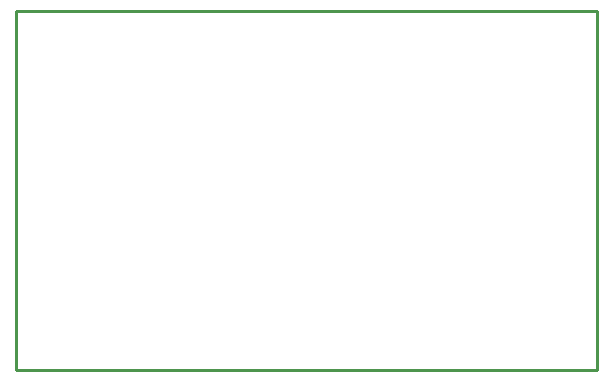
<source format=gbr>
G04 EAGLE Gerber RS-274X export*
G75*
%MOMM*%
%FSLAX34Y34*%
%LPD*%
%IN*%
%IPPOS*%
%AMOC8*
5,1,8,0,0,1.08239X$1,22.5*%
G01*
%ADD10C,0.254000*%


D10*
X50800Y241300D02*
X542800Y241300D01*
X542800Y546000D01*
X50800Y546000D01*
X50800Y241300D01*
M02*

</source>
